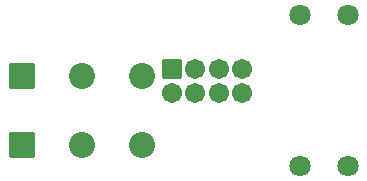
<source format=gbr>
%TF.GenerationSoftware,KiCad,Pcbnew,8.0.4*%
%TF.CreationDate,2024-08-29T22:06:49+05:30*%
%TF.ProjectId,resistor_board,72657369-7374-46f7-925f-626f6172642e,rev?*%
%TF.SameCoordinates,Original*%
%TF.FileFunction,Soldermask,Bot*%
%TF.FilePolarity,Negative*%
%FSLAX46Y46*%
G04 Gerber Fmt 4.6, Leading zero omitted, Abs format (unit mm)*
G04 Created by KiCad (PCBNEW 8.0.4) date 2024-08-29 22:06:49*
%MOMM*%
%LPD*%
G01*
G04 APERTURE LIST*
G04 Aperture macros list*
%AMRoundRect*
0 Rectangle with rounded corners*
0 $1 Rounding radius*
0 $2 $3 $4 $5 $6 $7 $8 $9 X,Y pos of 4 corners*
0 Add a 4 corners polygon primitive as box body*
4,1,4,$2,$3,$4,$5,$6,$7,$8,$9,$2,$3,0*
0 Add four circle primitives for the rounded corners*
1,1,$1+$1,$2,$3*
1,1,$1+$1,$4,$5*
1,1,$1+$1,$6,$7*
1,1,$1+$1,$8,$9*
0 Add four rect primitives between the rounded corners*
20,1,$1+$1,$2,$3,$4,$5,0*
20,1,$1+$1,$4,$5,$6,$7,0*
20,1,$1+$1,$6,$7,$8,$9,0*
20,1,$1+$1,$8,$9,$2,$3,0*%
G04 Aperture macros list end*
%ADD10C,1.803200*%
%ADD11RoundRect,0.101600X-0.750000X-0.750000X0.750000X-0.750000X0.750000X0.750000X-0.750000X0.750000X0*%
%ADD12C,1.703200*%
%ADD13RoundRect,0.101600X-1.000000X-1.000000X1.000000X-1.000000X1.000000X1.000000X-1.000000X1.000000X0*%
%ADD14C,2.203200*%
G04 APERTURE END LIST*
D10*
%TO.C,Nichrome*%
X158401100Y-111403600D03*
X158401100Y-98603600D03*
%TD*%
%TO.C,R2*%
X162401100Y-98603600D03*
X162401100Y-111403600D03*
%TD*%
D11*
%TO.C,J1*%
X147501090Y-103203600D03*
D12*
X147501090Y-105203600D03*
X149501090Y-103203600D03*
X149501090Y-105203600D03*
X151501090Y-103203600D03*
X151501090Y-105203600D03*
X153501090Y-103203600D03*
X153501090Y-105203600D03*
%TD*%
D13*
%TO.C,S1*%
X134821100Y-103803600D03*
D14*
X144981100Y-103803600D03*
X139901100Y-103803600D03*
%TD*%
D13*
%TO.C,S2*%
X134821100Y-109603600D03*
D14*
X144981100Y-109603600D03*
X139901100Y-109603600D03*
%TD*%
M02*

</source>
